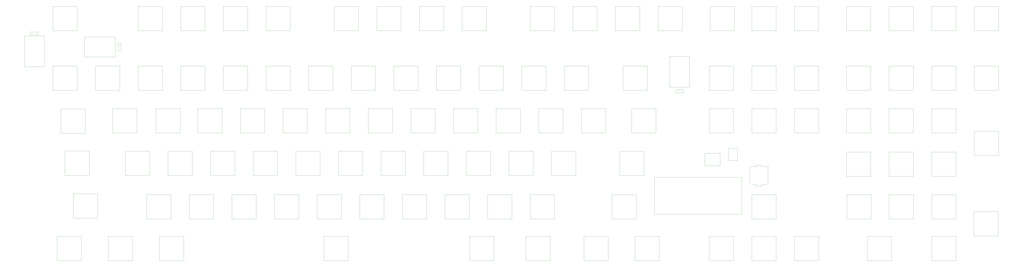
<source format=gbr>
%TF.GenerationSoftware,KiCad,Pcbnew,(5.1.9)-1*%
%TF.CreationDate,2021-03-17T02:29:26+10:00*%
%TF.ProjectId,RedPyKeeb,52656450-794b-4656-9562-2e6b69636164,rev?*%
%TF.SameCoordinates,Original*%
%TF.FileFunction,Other,User*%
%FSLAX46Y46*%
G04 Gerber Fmt 4.6, Leading zero omitted, Abs format (unit mm)*
G04 Created by KiCad (PCBNEW (5.1.9)-1) date 2021-03-17 02:29:26*
%MOMM*%
%LPD*%
G01*
G04 APERTURE LIST*
%ADD10C,0.120000*%
%ADD11C,0.050000*%
G04 APERTURE END LIST*
D10*
%TO.C,U0*%
X457646000Y-128532000D02*
X457646000Y-150532000D01*
X457646000Y-150532000D02*
X405646000Y-150532000D01*
X405646000Y-150532000D02*
X405646000Y-128532000D01*
X405646000Y-128532000D02*
X457646000Y-128532000D01*
D11*
%TO.C,U2*%
X426554000Y-56332000D02*
X414694000Y-56332000D01*
X426554000Y-74732000D02*
X426554000Y-56332000D01*
X414694000Y-74732000D02*
X426554000Y-74732000D01*
X414694000Y-56332000D02*
X414694000Y-74732000D01*
%TO.C,U3*%
X30138000Y-62540000D02*
X41998000Y-62540000D01*
X30138000Y-44140000D02*
X30138000Y-62540000D01*
X41998000Y-44140000D02*
X30138000Y-44140000D01*
X41998000Y-62540000D02*
X41998000Y-44140000D01*
%TO.C,K11\u002C4*%
X380354000Y-153300000D02*
X394854000Y-153300000D01*
X380354000Y-138800000D02*
X380354000Y-153300000D01*
X394854000Y-138800000D02*
X380354000Y-138800000D01*
X394854000Y-153300000D02*
X394854000Y-138800000D01*
%TO.C,K13\u002C1*%
X386958000Y-76592000D02*
X401458000Y-76592000D01*
X386958000Y-62092000D02*
X386958000Y-76592000D01*
X401458000Y-62092000D02*
X386958000Y-62092000D01*
X401458000Y-76592000D02*
X401458000Y-62092000D01*
%TO.C,K12\u002C3*%
X384926000Y-127392000D02*
X399426000Y-127392000D01*
X384926000Y-112892000D02*
X384926000Y-127392000D01*
X399426000Y-112892000D02*
X384926000Y-112892000D01*
X399426000Y-127392000D02*
X399426000Y-112892000D01*
%TO.C,C1*%
X85998000Y-53050000D02*
X85998000Y-48550000D01*
X85998000Y-53050000D02*
X87748000Y-53050000D01*
X87748000Y-48550000D02*
X85998000Y-48550000D01*
X87748000Y-48550000D02*
X87748000Y-53050000D01*
%TO.C,C2*%
X418374000Y-76336000D02*
X422874000Y-76336000D01*
X418374000Y-76336000D02*
X418374000Y-78086000D01*
X422874000Y-78086000D02*
X422874000Y-76336000D01*
X422874000Y-78086000D02*
X418374000Y-78086000D01*
%TO.C,C3*%
X33818000Y-41802000D02*
X38318000Y-41802000D01*
X33818000Y-41802000D02*
X33818000Y-43552000D01*
X38318000Y-43552000D02*
X38318000Y-41802000D01*
X38318000Y-43552000D02*
X33818000Y-43552000D01*
%TO.C,C6*%
X469368000Y-133758000D02*
X469368000Y-132908000D01*
X466368000Y-133758000D02*
X469368000Y-133758000D01*
X466368000Y-132908000D02*
X466368000Y-133758000D01*
X469368000Y-132908000D02*
X472118000Y-132908000D01*
X463618000Y-132908000D02*
X466368000Y-132908000D01*
X463618000Y-132908000D02*
X462468000Y-131758000D01*
X472118000Y-132908000D02*
X473268000Y-131758000D01*
X462468000Y-131758000D02*
X462468000Y-122108000D01*
X473268000Y-131758000D02*
X473268000Y-122108000D01*
X469368000Y-122108000D02*
X473268000Y-122108000D01*
X469368000Y-121258000D02*
X469368000Y-122108000D01*
X466368000Y-121258000D02*
X469368000Y-121258000D01*
X466368000Y-122108000D02*
X466368000Y-121258000D01*
X462468000Y-122108000D02*
X466368000Y-122108000D01*
%TO.C,K0\u002C0*%
X47106000Y-41032000D02*
X61606000Y-41032000D01*
X47106000Y-26532000D02*
X47106000Y-41032000D01*
X61606000Y-26532000D02*
X47106000Y-26532000D01*
X61606000Y-41032000D02*
X61606000Y-26532000D01*
%TO.C,K0\u002C1*%
X47106000Y-76592000D02*
X61606000Y-76592000D01*
X47106000Y-62092000D02*
X47106000Y-76592000D01*
X61606000Y-62092000D02*
X47106000Y-62092000D01*
X61606000Y-76592000D02*
X61606000Y-62092000D01*
%TO.C,K0\u002C5*%
X49646000Y-178192000D02*
X64146000Y-178192000D01*
X49646000Y-163692000D02*
X49646000Y-178192000D01*
X64146000Y-163692000D02*
X49646000Y-163692000D01*
X64146000Y-178192000D02*
X64146000Y-163692000D01*
%TO.C,K0\u002C2*%
X51868500Y-102271400D02*
X66368500Y-102271400D01*
X51868500Y-87771400D02*
X51868500Y-102271400D01*
X66368500Y-87771400D02*
X51868500Y-87771400D01*
X66368500Y-102271400D02*
X66368500Y-87771400D01*
%TO.C,K0\u002C4*%
X73798000Y-152792000D02*
X73798000Y-138292000D01*
X73798000Y-138292000D02*
X59298000Y-138292000D01*
X59298000Y-138292000D02*
X59298000Y-152792000D01*
X59298000Y-152792000D02*
X73798000Y-152792000D01*
%TO.C,K0\u002C3*%
X54256100Y-127366600D02*
X68756100Y-127366600D01*
X54256100Y-112866600D02*
X54256100Y-127366600D01*
X68756100Y-112866600D02*
X54256100Y-112866600D01*
X68756100Y-127366600D02*
X68756100Y-112866600D01*
%TO.C,K1\u002C4*%
X102986000Y-153300000D02*
X117486000Y-153300000D01*
X102986000Y-138800000D02*
X102986000Y-153300000D01*
X117486000Y-138800000D02*
X102986000Y-138800000D01*
X117486000Y-153300000D02*
X117486000Y-138800000D01*
%TO.C,K1\u002C5*%
X80126000Y-178192000D02*
X94626000Y-178192000D01*
X80126000Y-163692000D02*
X80126000Y-178192000D01*
X94626000Y-163692000D02*
X80126000Y-163692000D01*
X94626000Y-178192000D02*
X94626000Y-163692000D01*
%TO.C,K1\u002C3*%
X104786000Y-127392000D02*
X104786000Y-112892000D01*
X104786000Y-112892000D02*
X90286000Y-112892000D01*
X90286000Y-112892000D02*
X90286000Y-127392000D01*
X90286000Y-127392000D02*
X104786000Y-127392000D01*
%TO.C,K1\u002C2*%
X82666000Y-101992000D02*
X97166000Y-101992000D01*
X82666000Y-87492000D02*
X82666000Y-101992000D01*
X97166000Y-87492000D02*
X82666000Y-87492000D01*
X97166000Y-101992000D02*
X97166000Y-87492000D01*
%TO.C,K1\u002C1*%
X72506000Y-76592000D02*
X87006000Y-76592000D01*
X72506000Y-62092000D02*
X72506000Y-76592000D01*
X87006000Y-62092000D02*
X72506000Y-62092000D01*
X87006000Y-76592000D02*
X87006000Y-62092000D01*
%TO.C,K1\u002C0*%
X97906000Y-41032000D02*
X112406000Y-41032000D01*
X97906000Y-26532000D02*
X97906000Y-41032000D01*
X112406000Y-26532000D02*
X97906000Y-26532000D01*
X112406000Y-41032000D02*
X112406000Y-26532000D01*
%TO.C,K2\u002C5*%
X110606000Y-178192000D02*
X125106000Y-178192000D01*
X110606000Y-163692000D02*
X110606000Y-178192000D01*
X125106000Y-163692000D02*
X110606000Y-163692000D01*
X125106000Y-178192000D02*
X125106000Y-163692000D01*
%TO.C,K2\u002C3*%
X115686000Y-127392000D02*
X130186000Y-127392000D01*
X115686000Y-112892000D02*
X115686000Y-127392000D01*
X130186000Y-112892000D02*
X115686000Y-112892000D01*
X130186000Y-127392000D02*
X130186000Y-112892000D01*
%TO.C,K2\u002C1*%
X97906000Y-76592000D02*
X112406000Y-76592000D01*
X97906000Y-62092000D02*
X97906000Y-76592000D01*
X112406000Y-62092000D02*
X97906000Y-62092000D01*
X112406000Y-76592000D02*
X112406000Y-62092000D01*
%TO.C,K2\u002C4*%
X128386000Y-153300000D02*
X142886000Y-153300000D01*
X128386000Y-138800000D02*
X128386000Y-153300000D01*
X142886000Y-138800000D02*
X128386000Y-138800000D01*
X142886000Y-153300000D02*
X142886000Y-138800000D01*
%TO.C,K2\u002C2*%
X123074000Y-101992000D02*
X123074000Y-87492000D01*
X123074000Y-87492000D02*
X108574000Y-87492000D01*
X108574000Y-87492000D02*
X108574000Y-101992000D01*
X108574000Y-101992000D02*
X123074000Y-101992000D01*
%TO.C,K2\u002C0*%
X137806000Y-41032000D02*
X137806000Y-26532000D01*
X137806000Y-26532000D02*
X123306000Y-26532000D01*
X123306000Y-26532000D02*
X123306000Y-41032000D01*
X123306000Y-41032000D02*
X137806000Y-41032000D01*
%TO.C,K3\u002C5*%
X208650000Y-178192000D02*
X223150000Y-178192000D01*
X208650000Y-163692000D02*
X208650000Y-178192000D01*
X223150000Y-163692000D02*
X208650000Y-163692000D01*
X223150000Y-178192000D02*
X223150000Y-163692000D01*
%TO.C,K3\u002C4*%
X168286000Y-153300000D02*
X168286000Y-138800000D01*
X168286000Y-138800000D02*
X153786000Y-138800000D01*
X153786000Y-138800000D02*
X153786000Y-153300000D01*
X153786000Y-153300000D02*
X168286000Y-153300000D01*
%TO.C,K3\u002C2*%
X133466000Y-101992000D02*
X147966000Y-101992000D01*
X133466000Y-87492000D02*
X133466000Y-101992000D01*
X147966000Y-87492000D02*
X133466000Y-87492000D01*
X147966000Y-101992000D02*
X147966000Y-87492000D01*
%TO.C,K3\u002C1*%
X137806000Y-76592000D02*
X137806000Y-62092000D01*
X137806000Y-62092000D02*
X123306000Y-62092000D01*
X123306000Y-62092000D02*
X123306000Y-76592000D01*
X123306000Y-76592000D02*
X137806000Y-76592000D01*
%TO.C,K3\u002C0*%
X148706000Y-41032000D02*
X163206000Y-41032000D01*
X148706000Y-26532000D02*
X148706000Y-41032000D01*
X163206000Y-26532000D02*
X148706000Y-26532000D01*
X163206000Y-41032000D02*
X163206000Y-26532000D01*
%TO.C,K3\u002C3*%
X155586000Y-127392000D02*
X155586000Y-112892000D01*
X155586000Y-112892000D02*
X141086000Y-112892000D01*
X141086000Y-112892000D02*
X141086000Y-127392000D01*
X141086000Y-127392000D02*
X155586000Y-127392000D01*
%TO.C,K4\u002C1*%
X148706000Y-76592000D02*
X163206000Y-76592000D01*
X148706000Y-62092000D02*
X148706000Y-76592000D01*
X163206000Y-62092000D02*
X148706000Y-62092000D01*
X163206000Y-76592000D02*
X163206000Y-62092000D01*
%TO.C,K4\u002C2*%
X158866000Y-101992000D02*
X173366000Y-101992000D01*
X158866000Y-87492000D02*
X158866000Y-101992000D01*
X173366000Y-87492000D02*
X158866000Y-87492000D01*
X173366000Y-101992000D02*
X173366000Y-87492000D01*
%TO.C,K4\u002C3*%
X180986000Y-127392000D02*
X180986000Y-112892000D01*
X180986000Y-112892000D02*
X166486000Y-112892000D01*
X166486000Y-112892000D02*
X166486000Y-127392000D01*
X166486000Y-127392000D02*
X180986000Y-127392000D01*
%TO.C,K4\u002C4*%
X179186000Y-153300000D02*
X193686000Y-153300000D01*
X179186000Y-138800000D02*
X179186000Y-153300000D01*
X193686000Y-138800000D02*
X179186000Y-138800000D01*
X193686000Y-153300000D02*
X193686000Y-138800000D01*
%TO.C,K4\u002C0*%
X188606000Y-41032000D02*
X188606000Y-26532000D01*
X188606000Y-26532000D02*
X174106000Y-26532000D01*
X174106000Y-26532000D02*
X174106000Y-41032000D01*
X174106000Y-41032000D02*
X188606000Y-41032000D01*
%TO.C,K5\u002C0*%
X214746000Y-41032000D02*
X229246000Y-41032000D01*
X214746000Y-26532000D02*
X214746000Y-41032000D01*
X229246000Y-26532000D02*
X214746000Y-26532000D01*
X229246000Y-41032000D02*
X229246000Y-26532000D01*
%TO.C,K5\u002C2*%
X198766000Y-101992000D02*
X198766000Y-87492000D01*
X198766000Y-87492000D02*
X184266000Y-87492000D01*
X184266000Y-87492000D02*
X184266000Y-101992000D01*
X184266000Y-101992000D02*
X198766000Y-101992000D01*
%TO.C,K5\u002C1*%
X174106000Y-76592000D02*
X188606000Y-76592000D01*
X174106000Y-62092000D02*
X174106000Y-76592000D01*
X188606000Y-62092000D02*
X174106000Y-62092000D01*
X188606000Y-76592000D02*
X188606000Y-62092000D01*
%TO.C,K5\u002C3*%
X191886000Y-127392000D02*
X206386000Y-127392000D01*
X191886000Y-112892000D02*
X191886000Y-127392000D01*
X206386000Y-112892000D02*
X191886000Y-112892000D01*
X206386000Y-127392000D02*
X206386000Y-112892000D01*
%TO.C,K5\u002C4*%
X219086000Y-153300000D02*
X219086000Y-138800000D01*
X219086000Y-138800000D02*
X204586000Y-138800000D01*
X204586000Y-138800000D02*
X204586000Y-153300000D01*
X204586000Y-153300000D02*
X219086000Y-153300000D01*
%TO.C,K6\u002C3*%
X231786000Y-127392000D02*
X231786000Y-112892000D01*
X231786000Y-112892000D02*
X217286000Y-112892000D01*
X217286000Y-112892000D02*
X217286000Y-127392000D01*
X217286000Y-127392000D02*
X231786000Y-127392000D01*
%TO.C,K6\u002C4*%
X244486000Y-153300000D02*
X244486000Y-138800000D01*
X244486000Y-138800000D02*
X229986000Y-138800000D01*
X229986000Y-138800000D02*
X229986000Y-153300000D01*
X229986000Y-153300000D02*
X244486000Y-153300000D01*
%TO.C,K6\u002C1*%
X214006000Y-76592000D02*
X214006000Y-62092000D01*
X214006000Y-62092000D02*
X199506000Y-62092000D01*
X199506000Y-62092000D02*
X199506000Y-76592000D01*
X199506000Y-76592000D02*
X214006000Y-76592000D01*
%TO.C,K6\u002C2*%
X209666000Y-101992000D02*
X224166000Y-101992000D01*
X209666000Y-87492000D02*
X209666000Y-101992000D01*
X224166000Y-87492000D02*
X209666000Y-87492000D01*
X224166000Y-101992000D02*
X224166000Y-87492000D01*
%TO.C,K6\u002C0*%
X254646000Y-41032000D02*
X254646000Y-26532000D01*
X254646000Y-26532000D02*
X240146000Y-26532000D01*
X240146000Y-26532000D02*
X240146000Y-41032000D01*
X240146000Y-41032000D02*
X254646000Y-41032000D01*
%TO.C,K7\u002C2*%
X235066000Y-101992000D02*
X249566000Y-101992000D01*
X235066000Y-87492000D02*
X235066000Y-101992000D01*
X249566000Y-87492000D02*
X235066000Y-87492000D01*
X249566000Y-101992000D02*
X249566000Y-87492000D01*
%TO.C,K7\u002C1*%
X239406000Y-76592000D02*
X239406000Y-62092000D01*
X239406000Y-62092000D02*
X224906000Y-62092000D01*
X224906000Y-62092000D02*
X224906000Y-76592000D01*
X224906000Y-76592000D02*
X239406000Y-76592000D01*
%TO.C,K7\u002C3*%
X242686000Y-127392000D02*
X257186000Y-127392000D01*
X242686000Y-112892000D02*
X242686000Y-127392000D01*
X257186000Y-112892000D02*
X242686000Y-112892000D01*
X257186000Y-127392000D02*
X257186000Y-112892000D01*
%TO.C,K7\u002C4*%
X269886000Y-153300000D02*
X269886000Y-138800000D01*
X269886000Y-138800000D02*
X255386000Y-138800000D01*
X255386000Y-138800000D02*
X255386000Y-153300000D01*
X255386000Y-153300000D02*
X269886000Y-153300000D01*
%TO.C,K7\u002C0*%
X265546000Y-41032000D02*
X280046000Y-41032000D01*
X265546000Y-26532000D02*
X265546000Y-41032000D01*
X280046000Y-26532000D02*
X265546000Y-26532000D01*
X280046000Y-41032000D02*
X280046000Y-26532000D01*
%TO.C,K8\u002C0*%
X290946000Y-41032000D02*
X305446000Y-41032000D01*
X290946000Y-26532000D02*
X290946000Y-41032000D01*
X305446000Y-26532000D02*
X290946000Y-26532000D01*
X305446000Y-41032000D02*
X305446000Y-26532000D01*
%TO.C,K8\u002C1*%
X250306000Y-76592000D02*
X264806000Y-76592000D01*
X250306000Y-62092000D02*
X250306000Y-76592000D01*
X264806000Y-62092000D02*
X250306000Y-62092000D01*
X264806000Y-76592000D02*
X264806000Y-62092000D01*
%TO.C,K8\u002C3*%
X268086000Y-127392000D02*
X282586000Y-127392000D01*
X268086000Y-112892000D02*
X268086000Y-127392000D01*
X282586000Y-112892000D02*
X268086000Y-112892000D01*
X282586000Y-127392000D02*
X282586000Y-112892000D01*
%TO.C,K8\u002C4*%
X295286000Y-153300000D02*
X295286000Y-138800000D01*
X295286000Y-138800000D02*
X280786000Y-138800000D01*
X280786000Y-138800000D02*
X280786000Y-153300000D01*
X280786000Y-153300000D02*
X295286000Y-153300000D01*
%TO.C,K8\u002C5*%
X310018000Y-178192000D02*
X310018000Y-163692000D01*
X310018000Y-163692000D02*
X295518000Y-163692000D01*
X295518000Y-163692000D02*
X295518000Y-178192000D01*
X295518000Y-178192000D02*
X310018000Y-178192000D01*
%TO.C,K8\u002C2*%
X274966000Y-101992000D02*
X274966000Y-87492000D01*
X274966000Y-87492000D02*
X260466000Y-87492000D01*
X260466000Y-87492000D02*
X260466000Y-101992000D01*
X260466000Y-101992000D02*
X274966000Y-101992000D01*
%TO.C,K9\u002C0*%
X346086000Y-41032000D02*
X346086000Y-26532000D01*
X346086000Y-26532000D02*
X331586000Y-26532000D01*
X331586000Y-26532000D02*
X331586000Y-41032000D01*
X331586000Y-41032000D02*
X346086000Y-41032000D01*
%TO.C,K9\u002C5*%
X343546000Y-178192000D02*
X343546000Y-163692000D01*
X343546000Y-163692000D02*
X329046000Y-163692000D01*
X329046000Y-163692000D02*
X329046000Y-178192000D01*
X329046000Y-178192000D02*
X343546000Y-178192000D01*
%TO.C,K9\u002C1*%
X290206000Y-76592000D02*
X290206000Y-62092000D01*
X290206000Y-62092000D02*
X275706000Y-62092000D01*
X275706000Y-62092000D02*
X275706000Y-76592000D01*
X275706000Y-76592000D02*
X290206000Y-76592000D01*
%TO.C,K9\u002C2*%
X285866000Y-101992000D02*
X300366000Y-101992000D01*
X285866000Y-87492000D02*
X285866000Y-101992000D01*
X300366000Y-87492000D02*
X285866000Y-87492000D01*
X300366000Y-101992000D02*
X300366000Y-87492000D01*
%TO.C,K9\u002C4*%
X320686000Y-153300000D02*
X320686000Y-138800000D01*
X320686000Y-138800000D02*
X306186000Y-138800000D01*
X306186000Y-138800000D02*
X306186000Y-153300000D01*
X306186000Y-153300000D02*
X320686000Y-153300000D01*
%TO.C,K9\u002C3*%
X293486000Y-127392000D02*
X307986000Y-127392000D01*
X293486000Y-112892000D02*
X293486000Y-127392000D01*
X307986000Y-112892000D02*
X293486000Y-112892000D01*
X307986000Y-127392000D02*
X307986000Y-112892000D01*
%TO.C,K10\u002C2*%
X325766000Y-101992000D02*
X325766000Y-87492000D01*
X325766000Y-87492000D02*
X311266000Y-87492000D01*
X311266000Y-87492000D02*
X311266000Y-101992000D01*
X311266000Y-101992000D02*
X325766000Y-101992000D01*
%TO.C,K10\u002C0*%
X356986000Y-41032000D02*
X371486000Y-41032000D01*
X356986000Y-26532000D02*
X356986000Y-41032000D01*
X371486000Y-26532000D02*
X356986000Y-26532000D01*
X371486000Y-41032000D02*
X371486000Y-26532000D01*
%TO.C,K10\u002C5*%
X378090000Y-178192000D02*
X378090000Y-163692000D01*
X378090000Y-163692000D02*
X363590000Y-163692000D01*
X363590000Y-163692000D02*
X363590000Y-178192000D01*
X363590000Y-178192000D02*
X378090000Y-178192000D01*
%TO.C,K10\u002C1*%
X315606000Y-76592000D02*
X315606000Y-62092000D01*
X315606000Y-62092000D02*
X301106000Y-62092000D01*
X301106000Y-62092000D02*
X301106000Y-76592000D01*
X301106000Y-76592000D02*
X315606000Y-76592000D01*
%TO.C,K10\u002C3*%
X318886000Y-127392000D02*
X333386000Y-127392000D01*
X318886000Y-112892000D02*
X318886000Y-127392000D01*
X333386000Y-112892000D02*
X318886000Y-112892000D01*
X333386000Y-127392000D02*
X333386000Y-112892000D01*
%TO.C,K10\u002C4*%
X346086000Y-153300000D02*
X346086000Y-138800000D01*
X346086000Y-138800000D02*
X331586000Y-138800000D01*
X331586000Y-138800000D02*
X331586000Y-153300000D01*
X331586000Y-153300000D02*
X346086000Y-153300000D01*
%TO.C,K11\u002C3*%
X358786000Y-127392000D02*
X358786000Y-112892000D01*
X358786000Y-112892000D02*
X344286000Y-112892000D01*
X344286000Y-112892000D02*
X344286000Y-127392000D01*
X344286000Y-127392000D02*
X358786000Y-127392000D01*
%TO.C,K11\u002C2*%
X336666000Y-101992000D02*
X351166000Y-101992000D01*
X336666000Y-87492000D02*
X336666000Y-101992000D01*
X351166000Y-87492000D02*
X336666000Y-87492000D01*
X351166000Y-101992000D02*
X351166000Y-87492000D01*
%TO.C,K11\u002C5*%
X394070000Y-178192000D02*
X408570000Y-178192000D01*
X394070000Y-163692000D02*
X394070000Y-178192000D01*
X408570000Y-163692000D02*
X394070000Y-163692000D01*
X408570000Y-178192000D02*
X408570000Y-163692000D01*
%TO.C,K11\u002C1*%
X341006000Y-76592000D02*
X341006000Y-62092000D01*
X341006000Y-62092000D02*
X326506000Y-62092000D01*
X326506000Y-62092000D02*
X326506000Y-76592000D01*
X326506000Y-76592000D02*
X341006000Y-76592000D01*
%TO.C,K11\u002C0*%
X382386000Y-41032000D02*
X396886000Y-41032000D01*
X382386000Y-26532000D02*
X382386000Y-41032000D01*
X396886000Y-26532000D02*
X382386000Y-26532000D01*
X396886000Y-41032000D02*
X396886000Y-26532000D01*
%TO.C,K12\u002C2*%
X376566000Y-101992000D02*
X376566000Y-87492000D01*
X376566000Y-87492000D02*
X362066000Y-87492000D01*
X362066000Y-87492000D02*
X362066000Y-101992000D01*
X362066000Y-101992000D02*
X376566000Y-101992000D01*
%TO.C,K12\u002C0*%
X407786000Y-41032000D02*
X422286000Y-41032000D01*
X407786000Y-26532000D02*
X407786000Y-41032000D01*
X422286000Y-26532000D02*
X407786000Y-26532000D01*
X422286000Y-41032000D02*
X422286000Y-26532000D01*
%TO.C,K12\u002C1*%
X366406000Y-76592000D02*
X366406000Y-62092000D01*
X366406000Y-62092000D02*
X351906000Y-62092000D01*
X351906000Y-62092000D02*
X351906000Y-76592000D01*
X351906000Y-76592000D02*
X366406000Y-76592000D01*
%TO.C,K13\u002C2*%
X406538000Y-101992000D02*
X406538000Y-87492000D01*
X406538000Y-87492000D02*
X392038000Y-87492000D01*
X392038000Y-87492000D02*
X392038000Y-101992000D01*
X392038000Y-101992000D02*
X406538000Y-101992000D01*
%TO.C,K14\u002C1*%
X452766000Y-76592000D02*
X452766000Y-62092000D01*
X452766000Y-62092000D02*
X438266000Y-62092000D01*
X438266000Y-62092000D02*
X438266000Y-76592000D01*
X438266000Y-76592000D02*
X452766000Y-76592000D01*
%TO.C,K14\u002C6*%
X452766000Y-178192000D02*
X452766000Y-163692000D01*
X452766000Y-163692000D02*
X438266000Y-163692000D01*
X438266000Y-163692000D02*
X438266000Y-178192000D01*
X438266000Y-178192000D02*
X452766000Y-178192000D01*
%TO.C,K14\u002C3*%
X438266000Y-101992000D02*
X452766000Y-101992000D01*
X438266000Y-87492000D02*
X438266000Y-101992000D01*
X452766000Y-87492000D02*
X438266000Y-87492000D01*
X452766000Y-101992000D02*
X452766000Y-87492000D01*
%TO.C,K14\u002C0*%
X438774000Y-41032000D02*
X453274000Y-41032000D01*
X438774000Y-26532000D02*
X438774000Y-41032000D01*
X453274000Y-26532000D02*
X438774000Y-26532000D01*
X453274000Y-41032000D02*
X453274000Y-26532000D01*
%TO.C,K15\u002C6*%
X478166000Y-178192000D02*
X478166000Y-163692000D01*
X478166000Y-163692000D02*
X463666000Y-163692000D01*
X463666000Y-163692000D02*
X463666000Y-178192000D01*
X463666000Y-178192000D02*
X478166000Y-178192000D01*
%TO.C,K15\u002C3*%
X463666000Y-101992000D02*
X478166000Y-101992000D01*
X463666000Y-87492000D02*
X463666000Y-101992000D01*
X478166000Y-87492000D02*
X463666000Y-87492000D01*
X478166000Y-101992000D02*
X478166000Y-87492000D01*
%TO.C,K15\u002C5*%
X463666000Y-153300000D02*
X478166000Y-153300000D01*
X463666000Y-138800000D02*
X463666000Y-153300000D01*
X478166000Y-138800000D02*
X463666000Y-138800000D01*
X478166000Y-153300000D02*
X478166000Y-138800000D01*
%TO.C,K15\u002C1*%
X463666000Y-76592000D02*
X478166000Y-76592000D01*
X463666000Y-62092000D02*
X463666000Y-76592000D01*
X478166000Y-62092000D02*
X463666000Y-62092000D01*
X478166000Y-76592000D02*
X478166000Y-62092000D01*
%TO.C,K15\u002C0*%
X463666000Y-41032000D02*
X478166000Y-41032000D01*
X463666000Y-26532000D02*
X463666000Y-41032000D01*
X478166000Y-26532000D02*
X463666000Y-26532000D01*
X478166000Y-41032000D02*
X478166000Y-26532000D01*
%TO.C,K16\u002C4*%
X520054000Y-127900000D02*
X534554000Y-127900000D01*
X520054000Y-113400000D02*
X520054000Y-127900000D01*
X534554000Y-113400000D02*
X520054000Y-113400000D01*
X534554000Y-127900000D02*
X534554000Y-113400000D01*
%TO.C,K16\u002C1*%
X503566000Y-76592000D02*
X503566000Y-62092000D01*
X503566000Y-62092000D02*
X489066000Y-62092000D01*
X489066000Y-62092000D02*
X489066000Y-76592000D01*
X489066000Y-76592000D02*
X503566000Y-76592000D01*
%TO.C,K16\u002C5*%
X534808000Y-153300000D02*
X534808000Y-138800000D01*
X534808000Y-138800000D02*
X520308000Y-138800000D01*
X520308000Y-138800000D02*
X520308000Y-153300000D01*
X520308000Y-153300000D02*
X534808000Y-153300000D01*
%TO.C,K16\u002C3*%
X489066000Y-101992000D02*
X503566000Y-101992000D01*
X489066000Y-87492000D02*
X489066000Y-101992000D01*
X503566000Y-87492000D02*
X489066000Y-87492000D01*
X503566000Y-101992000D02*
X503566000Y-87492000D01*
%TO.C,K16\u002C0*%
X489066000Y-41032000D02*
X503566000Y-41032000D01*
X489066000Y-26532000D02*
X489066000Y-41032000D01*
X503566000Y-26532000D02*
X489066000Y-26532000D01*
X503566000Y-41032000D02*
X503566000Y-26532000D01*
%TO.C,K16\u002C6*%
X503566000Y-178192000D02*
X503566000Y-163692000D01*
X503566000Y-163692000D02*
X489066000Y-163692000D01*
X489066000Y-163692000D02*
X489066000Y-178192000D01*
X489066000Y-178192000D02*
X503566000Y-178192000D01*
%TO.C,K17\u002C6*%
X547000000Y-178192000D02*
X547000000Y-163692000D01*
X547000000Y-163692000D02*
X532500000Y-163692000D01*
X532500000Y-163692000D02*
X532500000Y-178192000D01*
X532500000Y-178192000D02*
X547000000Y-178192000D01*
%TO.C,K17\u002C5*%
X559954000Y-153300000D02*
X559954000Y-138800000D01*
X559954000Y-138800000D02*
X545454000Y-138800000D01*
X545454000Y-138800000D02*
X545454000Y-153300000D01*
X545454000Y-153300000D02*
X559954000Y-153300000D01*
%TO.C,K17\u002C4*%
X559954000Y-127900000D02*
X559954000Y-113400000D01*
X559954000Y-113400000D02*
X545454000Y-113400000D01*
X545454000Y-113400000D02*
X545454000Y-127900000D01*
X545454000Y-127900000D02*
X559954000Y-127900000D01*
%TO.C,K17\u002C3*%
X534554000Y-101992000D02*
X534554000Y-87492000D01*
X534554000Y-87492000D02*
X520054000Y-87492000D01*
X520054000Y-87492000D02*
X520054000Y-101992000D01*
X520054000Y-101992000D02*
X534554000Y-101992000D01*
%TO.C,K17\u002C1*%
X534554000Y-76592000D02*
X534554000Y-62092000D01*
X534554000Y-62092000D02*
X520054000Y-62092000D01*
X520054000Y-62092000D02*
X520054000Y-76592000D01*
X520054000Y-76592000D02*
X534554000Y-76592000D01*
%TO.C,K17\u002C0*%
X534554000Y-41032000D02*
X534554000Y-26532000D01*
X534554000Y-26532000D02*
X520054000Y-26532000D01*
X520054000Y-26532000D02*
X520054000Y-41032000D01*
X520054000Y-41032000D02*
X534554000Y-41032000D01*
%TO.C,K18\u002C4*%
X570854000Y-127900000D02*
X585354000Y-127900000D01*
X570854000Y-113400000D02*
X570854000Y-127900000D01*
X585354000Y-113400000D02*
X570854000Y-113400000D01*
X585354000Y-127900000D02*
X585354000Y-113400000D01*
%TO.C,K18\u002C6*%
X570854000Y-178192000D02*
X585354000Y-178192000D01*
X570854000Y-163692000D02*
X570854000Y-178192000D01*
X585354000Y-163692000D02*
X570854000Y-163692000D01*
X585354000Y-178192000D02*
X585354000Y-163692000D01*
%TO.C,K18\u002C3*%
X559954000Y-101992000D02*
X559954000Y-87492000D01*
X559954000Y-87492000D02*
X545454000Y-87492000D01*
X545454000Y-87492000D02*
X545454000Y-101992000D01*
X545454000Y-101992000D02*
X559954000Y-101992000D01*
%TO.C,K18\u002C1*%
X545454000Y-76592000D02*
X559954000Y-76592000D01*
X545454000Y-62092000D02*
X545454000Y-76592000D01*
X559954000Y-62092000D02*
X545454000Y-62092000D01*
X559954000Y-76592000D02*
X559954000Y-62092000D01*
%TO.C,K18\u002C5*%
X585354000Y-153300000D02*
X585354000Y-138800000D01*
X585354000Y-138800000D02*
X570854000Y-138800000D01*
X570854000Y-138800000D02*
X570854000Y-153300000D01*
X570854000Y-153300000D02*
X585354000Y-153300000D01*
%TO.C,K18\u002C0*%
X559954000Y-41032000D02*
X559954000Y-26532000D01*
X559954000Y-26532000D02*
X545454000Y-26532000D01*
X545454000Y-26532000D02*
X545454000Y-41032000D01*
X545454000Y-41032000D02*
X559954000Y-41032000D01*
%TO.C,K19\u002C4*%
X610754000Y-115454000D02*
X610754000Y-100954000D01*
X610754000Y-100954000D02*
X596254000Y-100954000D01*
X596254000Y-100954000D02*
X596254000Y-115454000D01*
X596254000Y-115454000D02*
X610754000Y-115454000D01*
%TO.C,K19\u002C6*%
X596000000Y-163460000D02*
X610500000Y-163460000D01*
X596000000Y-148960000D02*
X596000000Y-163460000D01*
X610500000Y-148960000D02*
X596000000Y-148960000D01*
X610500000Y-163460000D02*
X610500000Y-148960000D01*
%TO.C,K19\u002C0*%
X585354000Y-41032000D02*
X585354000Y-26532000D01*
X585354000Y-26532000D02*
X570854000Y-26532000D01*
X570854000Y-26532000D02*
X570854000Y-41032000D01*
X570854000Y-41032000D02*
X585354000Y-41032000D01*
%TO.C,K19\u002C3*%
X585354000Y-101992000D02*
X585354000Y-87492000D01*
X585354000Y-87492000D02*
X570854000Y-87492000D01*
X570854000Y-87492000D02*
X570854000Y-101992000D01*
X570854000Y-101992000D02*
X585354000Y-101992000D01*
%TO.C,K19\u002C1*%
X585354000Y-76592000D02*
X585354000Y-62092000D01*
X585354000Y-62092000D02*
X570854000Y-62092000D01*
X570854000Y-62092000D02*
X570854000Y-76592000D01*
X570854000Y-76592000D02*
X585354000Y-76592000D01*
%TO.C,K20\u002C0*%
X596254000Y-41032000D02*
X610754000Y-41032000D01*
X596254000Y-26532000D02*
X596254000Y-41032000D01*
X610754000Y-26532000D02*
X596254000Y-26532000D01*
X610754000Y-41032000D02*
X610754000Y-26532000D01*
%TO.C,K20\u002C1*%
X596254000Y-76592000D02*
X610754000Y-76592000D01*
X596254000Y-62092000D02*
X596254000Y-76592000D01*
X610754000Y-62092000D02*
X596254000Y-62092000D01*
X610754000Y-76592000D02*
X610754000Y-62092000D01*
%TO.C,U1*%
X65984000Y-56730000D02*
X84384000Y-56730000D01*
X84384000Y-56730000D02*
X84384000Y-44870000D01*
X84384000Y-44870000D02*
X65984000Y-44870000D01*
X65984000Y-44870000D02*
X65984000Y-56730000D01*
%TO.C,U10*%
X449674000Y-111108000D02*
X449674000Y-118508000D01*
X455074000Y-111108000D02*
X449674000Y-111108000D01*
X455074000Y-118508000D02*
X455074000Y-111108000D01*
X449674000Y-118508000D02*
X455074000Y-118508000D01*
%TO.C,U11*%
X435602000Y-114156000D02*
X435602000Y-121556000D01*
X444762000Y-114156000D02*
X435602000Y-114156000D01*
X444762000Y-121556000D02*
X444762000Y-114156000D01*
X435602000Y-121556000D02*
X444762000Y-121556000D01*
%TD*%
M02*

</source>
